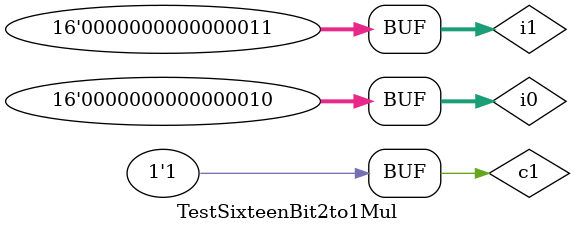
<source format=sv>
`timescale 1ns / 1ps


module TestSixteenBit2to1Mul();
logic[15:0] i0,i1;
logic c1;
logic[15:0] o;
SixteenBit2to1Mul dut(i0,i1,c1,o);
    
initial begin

 c1 = 0; i0 = 16'b0; i1 = 16'b01; #10;
 c1 = 1; i0 = 16'b0; i1 = 16'b01; #10;
 c1 = 0; i0 = 16'b10; i1 = 16'b11; #10;
 c1 = 1; i0 = 16'b10; i1 = 16'b11; #10; 
 
end
endmodule

</source>
